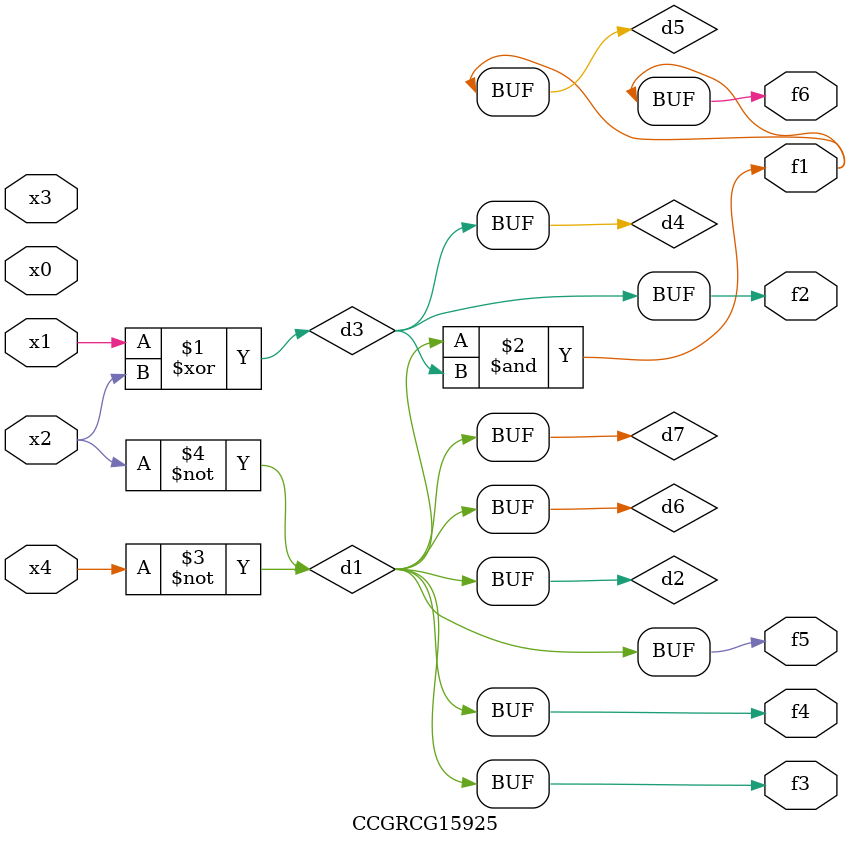
<source format=v>
module CCGRCG15925(
	input x0, x1, x2, x3, x4,
	output f1, f2, f3, f4, f5, f6
);

	wire d1, d2, d3, d4, d5, d6, d7;

	not (d1, x4);
	not (d2, x2);
	xor (d3, x1, x2);
	buf (d4, d3);
	and (d5, d1, d3);
	buf (d6, d1, d2);
	buf (d7, d2);
	assign f1 = d5;
	assign f2 = d4;
	assign f3 = d7;
	assign f4 = d7;
	assign f5 = d7;
	assign f6 = d5;
endmodule

</source>
